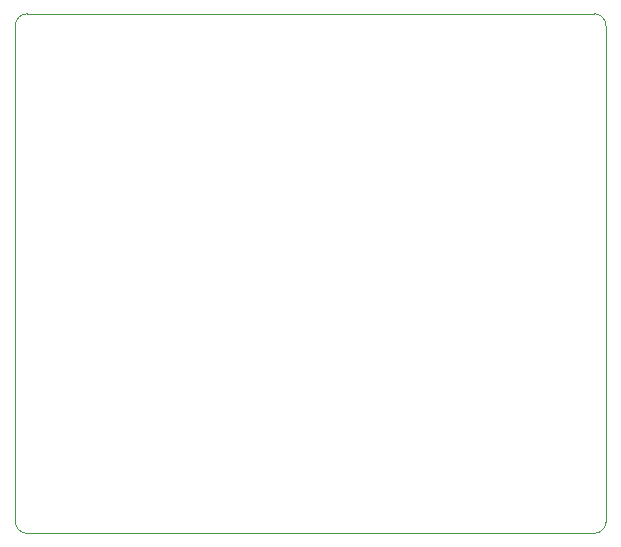
<source format=gm1>
%TF.GenerationSoftware,KiCad,Pcbnew,8.0.8*%
%TF.CreationDate,2025-04-18T09:22:24-04:00*%
%TF.ProjectId,RF4463F30-test-board,52463434-3633-4463-9330-2d746573742d,rev?*%
%TF.SameCoordinates,Original*%
%TF.FileFunction,Profile,NP*%
%FSLAX46Y46*%
G04 Gerber Fmt 4.6, Leading zero omitted, Abs format (unit mm)*
G04 Created by KiCad (PCBNEW 8.0.8) date 2025-04-18 09:22:24*
%MOMM*%
%LPD*%
G01*
G04 APERTURE LIST*
%TA.AperFunction,Profile*%
%ADD10C,0.100000*%
%TD*%
G04 APERTURE END LIST*
D10*
X136500000Y-75000000D02*
X136500000Y-117000000D01*
X185500000Y-118000000D02*
X137500000Y-118000000D01*
X186500000Y-117000000D02*
G75*
G02*
X185500000Y-118000000I-1000000J0D01*
G01*
X136500000Y-75000000D02*
G75*
G02*
X137500000Y-74000000I1000000J0D01*
G01*
X185500000Y-74000000D02*
X137500000Y-74000000D01*
X186500000Y-117000000D02*
X186500000Y-75000000D01*
X185500000Y-74000000D02*
G75*
G02*
X186500000Y-75000000I0J-1000000D01*
G01*
X137500000Y-118000000D02*
G75*
G02*
X136500000Y-117000000I0J1000000D01*
G01*
M02*

</source>
